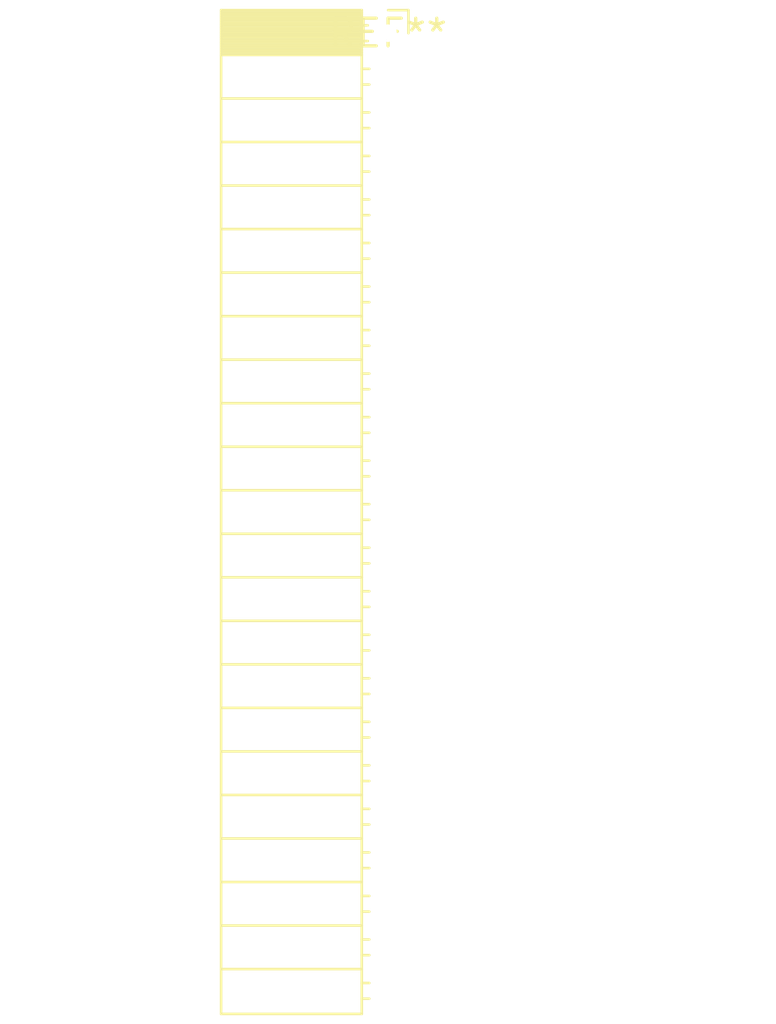
<source format=kicad_pcb>
(kicad_pcb (version 20240108) (generator pcbnew)
  (layers (0 "F.Cu" signal) (31 "B.Cu" signal) (34 "B.Paste" user) (35 "F.Paste" user) (36 "B.SilkS" user "B.Silkscreen") (37 "F.SilkS" user "F.Silkscreen") (38 "B.Mask" user) (39 "F.Mask" user) (44 "Edge.Cuts" user))
  (net 0 "")
  (footprint "PinSocket_1x23_P2.00mm_Horizontal" (layer "F.Cu") (at 0 0)
    (property "Reference" "REF**")
    (property "Value" "PinSocket_1x23_P2.00mm_Horizontal")
    (fp_line (start -7.68 -1.06) (end -7.68 45.06) (layer "F.SilkS") (stroke (width 0.12)))
    (fp_line (start -7.68 -1.06) (end -1.21 -1.06) (layer "F.SilkS") (stroke (width 0.12)))
    (fp_line (start -7.68 -0.94) (end -1.21 -0.94) (layer "F.SilkS") (stroke (width 0.12)))
    (fp_line (start -7.68 -0.825882) (end -1.21 -0.825882) (layer "F.SilkS") (stroke (width 0.12)))
    (fp_line (start -7.68 -0.711764) (end -1.21 -0.711764) (layer "F.SilkS") (stroke (width 0.12)))
    (fp_line (start -7.68 -0.597646) (end -1.21 -0.597646) (layer "F.SilkS") (stroke (width 0.12)))
    (fp_line (start -7.68 -0.483528) (end -1.21 -0.483528) (layer "F.SilkS") (stroke (width 0.12)))
    (fp_line (start -7.68 -0.36941) (end -1.21 -0.36941) (layer "F.SilkS") (stroke (width 0.12)))
    (fp_line (start -7.68 -0.255292) (end -1.21 -0.255292) (layer "F.SilkS") (stroke (width 0.12)))
    (fp_line (start -7.68 -0.141174) (end -1.21 -0.141174) (layer "F.SilkS") (stroke (width 0.12)))
    (fp_line (start -7.68 -0.027056) (end -1.21 -0.027056) (layer "F.SilkS") (stroke (width 0.12)))
    (fp_line (start -7.68 0.087062) (end -1.21 0.087062) (layer "F.SilkS") (stroke (width 0.12)))
    (fp_line (start -7.68 0.20118) (end -1.21 0.20118) (layer "F.SilkS") (stroke (width 0.12)))
    (fp_line (start -7.68 0.315298) (end -1.21 0.315298) (layer "F.SilkS") (stroke (width 0.12)))
    (fp_line (start -7.68 0.429416) (end -1.21 0.429416) (layer "F.SilkS") (stroke (width 0.12)))
    (fp_line (start -7.68 0.543534) (end -1.21 0.543534) (layer "F.SilkS") (stroke (width 0.12)))
    (fp_line (start -7.68 0.657652) (end -1.21 0.657652) (layer "F.SilkS") (stroke (width 0.12)))
    (fp_line (start -7.68 0.77177) (end -1.21 0.77177) (layer "F.SilkS") (stroke (width 0.12)))
    (fp_line (start -7.68 0.885888) (end -1.21 0.885888) (layer "F.SilkS") (stroke (width 0.12)))
    (fp_line (start -7.68 1) (end -1.21 1) (layer "F.SilkS") (stroke (width 0.12)))
    (fp_line (start -7.68 3) (end -1.21 3) (layer "F.SilkS") (stroke (width 0.12)))
    (fp_line (start -7.68 5) (end -1.21 5) (layer "F.SilkS") (stroke (width 0.12)))
    (fp_line (start -7.68 7) (end -1.21 7) (layer "F.SilkS") (stroke (width 0.12)))
    (fp_line (start -7.68 9) (end -1.21 9) (layer "F.SilkS") (stroke (width 0.12)))
    (fp_line (start -7.68 11) (end -1.21 11) (layer "F.SilkS") (stroke (width 0.12)))
    (fp_line (start -7.68 13) (end -1.21 13) (layer "F.SilkS") (stroke (width 0.12)))
    (fp_line (start -7.68 15) (end -1.21 15) (layer "F.SilkS") (stroke (width 0.12)))
    (fp_line (start -7.68 17) (end -1.21 17) (layer "F.SilkS") (stroke (width 0.12)))
    (fp_line (start -7.68 19) (end -1.21 19) (layer "F.SilkS") (stroke (width 0.12)))
    (fp_line (start -7.68 21) (end -1.21 21) (layer "F.SilkS") (stroke (width 0.12)))
    (fp_line (start -7.68 23) (end -1.21 23) (layer "F.SilkS") (stroke (width 0.12)))
    (fp_line (start -7.68 25) (end -1.21 25) (layer "F.SilkS") (stroke (width 0.12)))
    (fp_line (start -7.68 27) (end -1.21 27) (layer "F.SilkS") (stroke (width 0.12)))
    (fp_line (start -7.68 29) (end -1.21 29) (layer "F.SilkS") (stroke (width 0.12)))
    (fp_line (start -7.68 31) (end -1.21 31) (layer "F.SilkS") (stroke (width 0.12)))
    (fp_line (start -7.68 33) (end -1.21 33) (layer "F.SilkS") (stroke (width 0.12)))
    (fp_line (start -7.68 35) (end -1.21 35) (layer "F.SilkS") (stroke (width 0.12)))
    (fp_line (start -7.68 37) (end -1.21 37) (layer "F.SilkS") (stroke (width 0.12)))
    (fp_line (start -7.68 39) (end -1.21 39) (layer "F.SilkS") (stroke (width 0.12)))
    (fp_line (start -7.68 41) (end -1.21 41) (layer "F.SilkS") (stroke (width 0.12)))
    (fp_line (start -7.68 43) (end -1.21 43) (layer "F.SilkS") (stroke (width 0.12)))
    (fp_line (start -7.68 45.06) (end -1.21 45.06) (layer "F.SilkS") (stroke (width 0.12)))
    (fp_line (start -1.21 -1.06) (end -1.21 45.06) (layer "F.SilkS") (stroke (width 0.12)))
    (fp_line (start -1.21 -0.36) (end -0.935 -0.36) (layer "F.SilkS") (stroke (width 0.12)))
    (fp_line (start -1.21 0.36) (end -0.935 0.36) (layer "F.SilkS") (stroke (width 0.12)))
    (fp_line (start -1.21 1.64) (end -0.862917 1.64) (layer "F.SilkS") (stroke (width 0.12)))
    (fp_line (start -1.21 2.36) (end -0.862917 2.36) (layer "F.SilkS") (stroke (width 0.12)))
    (fp_line (start -1.21 3.64) (end -0.862917 3.64) (layer "F.SilkS") (stroke (width 0.12)))
    (fp_line (start -1.21 4.36) (end -0.862917 4.36) (layer "F.SilkS") (stroke (width 0.12)))
    (fp_line (start -1.21 5.64) (end -0.862917 5.64) (layer "F.SilkS") (stroke (width 0.12)))
    (fp_line (start -1.21 6.36) (end -0.862917 6.36) (layer "F.SilkS") (stroke (width 0.12)))
    (fp_line (start -1.21 7.64) (end -0.862917 7.64) (layer "F.SilkS") (stroke (width 0.12)))
    (fp_line (start -1.21 8.36) (end -0.862917 8.36) (layer "F.SilkS") (stroke (width 0.12)))
    (fp_line (start -1.21 9.64) (end -0.862917 9.64) (layer "F.SilkS") (stroke (width 0.12)))
    (fp_line (start -1.21 10.36) (end -0.862917 10.36) (layer "F.SilkS") (stroke (width 0.12)))
    (fp_line (start -1.21 11.64) (end -0.862917 11.64) (layer "F.SilkS") (stroke (width 0.12)))
    (fp_line (start -1.21 12.36) (end -0.862917 12.36) (layer "F.SilkS") (stroke (width 0.12)))
    (fp_line (start -1.21 13.64) (end -0.862917 13.64) (layer "F.SilkS") (stroke (width 0.12)))
    (fp_line (start -1.21 14.36) (end -0.862917 14.36) (layer "F.SilkS") (stroke (width 0.12)))
    (fp_line (start -1.21 15.64) (end -0.862917 15.64) (layer "F.SilkS") (stroke (width 0.12)))
    (fp_line (start -1.21 16.36) (end -0.862917 16.36) (layer "F.SilkS") (stroke (width 0.12)))
    (fp_line (start -1.21 17.64) (end -0.862917 17.64) (layer "F.SilkS") (stroke (width 0.12)))
    (fp_line (start -1.21 18.36) (end -0.862917 18.36) (layer "F.SilkS") (stroke (width 0.12)))
    (fp_line (start -1.21 19.64) (end -0.862917 19.64) (layer "F.SilkS") (stroke (width 0.12)))
    (fp_line (start -1.21 20.36) (end -0.862917 20.36) (layer "F.SilkS") (stroke (width 0.12)))
    (fp_line (start -1.21 21.64) (end -0.862917 21.64) (layer "F.SilkS") (stroke (width 0.12)))
    (fp_line (start -1.21 22.36) (end -0.862917 22.36) (layer "F.SilkS") (stroke (width 0.12)))
    (fp_line (start -1.21 23.64) (end -0.862917 23.64) (layer "F.SilkS") (stroke (width 0.12)))
    (fp_line (start -1.21 24.36) (end -0.862917 24.36) (layer "F.SilkS") (stroke (width 0.12)))
    (fp_line (start -1.21 25.64) (end -0.862917 25.64) (layer "F.SilkS") (stroke (width 0.12)))
    (fp_line (start -1.21 26.36) (end -0.862917 26.36) (layer "F.SilkS") (stroke (width 0.12)))
    (fp_line (start -1.21 27.64) (end -0.862917 27.64) (layer "F.SilkS") (stroke (width 0.12)))
    (fp_line (start -1.21 28.36) (end -0.862917 28.36) (layer "F.SilkS") (stroke (width 0.12)))
    (fp_line (start -1.21 29.64) (end -0.862917 29.64) (layer "F.SilkS") (stroke (width 0.12)))
    (fp_line (start -1.21 30.36) (end -0.862917 30.36) (layer "F.SilkS") (stroke (width 0.12)))
    (fp_line (start -1.21 31.64) (end -0.862917 31.64) (layer "F.SilkS") (stroke (width 0.12)))
    (fp_line (start -1.21 32.36) (end -0.862917 32.36) (layer "F.SilkS") (stroke (width 0.12)))
    (fp_line (start -1.21 33.64) (end -0.862917 33.64) (layer "F.SilkS") (stroke (width 0.12)))
    (fp_line (start -1.21 34.36) (end -0.862917 34.36) (layer "F.SilkS") (stroke (width 0.12)))
    (fp_line (start -1.21 35.64) (end -0.862917 35.64) (layer "F.SilkS") (stroke (width 0.12)))
    (fp_line (start -1.21 36.36) (end -0.862917 36.36) (layer "F.SilkS") (stroke (width 0.12)))
    (fp_line (start -1.21 37.64) (end -0.862917 37.64) (layer "F.SilkS") (stroke (width 0.12)))
    (fp_line (start -1.21 38.36) (end -0.862917 38.36) (layer "F.SilkS") (stroke (width 0.12)))
    (fp_line (start -1.21 39.64) (end -0.862917 39.64) (layer "F.SilkS") (stroke (width 0.12)))
    (fp_line (start -1.21 40.36) (end -0.862917 40.36) (layer "F.SilkS") (stroke (width 0.12)))
    (fp_line (start -1.21 41.64) (end -0.862917 41.64) (layer "F.SilkS") (stroke (width 0.12)))
    (fp_line (start -1.21 42.36) (end -0.862917 42.36) (layer "F.SilkS") (stroke (width 0.12)))
    (fp_line (start -1.21 43.64) (end -0.862917 43.64) (layer "F.SilkS") (stroke (width 0.12)))
    (fp_line (start -1.21 44.36) (end -0.862917 44.36) (layer "F.SilkS") (stroke (width 0.12)))
    (fp_line (start 0 -1.06) (end 0.935 -1.06) (layer "F.SilkS") (stroke (width 0.12)))
    (fp_line (start 0.935 -1.06) (end 0.935 0) (layer "F.SilkS") (stroke (width 0.12)))
    (pad "1" thru_hole rect (at 0 0) (size 1.35 1.35) (drill 0.8) (layers *.Cu *.Mask) (remove_unused_layers))
    (pad "2" thru_hole oval (at 0 2) (size 1.35 1.35) (drill 0.8) (layers *.Cu *.Mask) (remove_unused_layers))
    (pad "3" thru_hole oval (at 0 4) (size 1.35 1.35) (drill 0.8) (layers *.Cu *.Mask) (remove_unused_layers))
    (pad "4" thru_hole oval (at 0 6) (size 1.35 1.35) (drill 0.8) (layers *.Cu *.Mask) (remove_unused_layers))
    (pad "5" thru_hole oval (at 0 8) (size 1.35 1.35) (drill 0.8) (layers *.Cu *.Mask) (remove_unused_layers))
    (pad "6" thru_hole oval (at 0 10) (size 1.35 1.35) (drill 0.8) (layers *.Cu *.Mask) (remove_unused_layers))
    (pad "7" thru_hole oval (at 0 12) (size 1.35 1.35) (drill 0.8) (layers *.Cu *.Mask) (remove_unused_layers))
    (pad "8" thru_hole oval (at 0 14) (size 1.35 1.35) (drill 0.8) (layers *.Cu *.Mask) (remove_unused_layers))
    (pad "9" thru_hole oval (at 0 16) (size 1.35 1.35) (drill 0.8) (layers *.Cu *.Mask) (remove_unused_layers))
    (pad "10" thru_hole oval (at 0 18) (size 1.35 1.35) (drill 0.8) (layers *.Cu *.Mask) (remove_unused_layers))
    (pad "11" thru_hole oval (at 0 20) (size 1.35 1.35) (drill 0.8) (layers *.Cu *.Mask) (remove_unused_layers))
    (pad "12" thru_hole oval (at 0 22) (size 1.35 1.35) (drill 0.8) (layers *.Cu *.Mask) (remove_unused_layers))
    (pad "13" thru_hole oval (at 0 24) (size 1.35 1.35) (drill 0.8) (layers *.Cu *.Mask) (remove_unused_layers))
    (pad "14" thru_hole oval (at 0 26) (size 1.35 1.35) (drill 0.8) (layers *.Cu *.Mask) (remove_unused_layers))
    (pad "15" thru_hole oval (at 0 28) (size 1.35 1.35) (drill 0.8) (layers *.Cu *.Mask) (remove_unused_layers))
    (pad "16" thru_hole oval (at 0 30) (size 1.35 1.35) (drill 0.8) (layers *.Cu *.Mask) (remove_unused_layers))
    (pad "17" thru_hole oval (at 0 32) (size 1.35 1.35) (drill 0.8) (layers *.Cu *.Mask) (remove_unused_layers))
    (pad "18" thru_hole oval (at 0 34) (size 1.35 1.35) (drill 0.8) (layers *.Cu *.Mask) (remove_unused_layers))
    (pad "19" thru_hole oval (at 0 36) (size 1.35 1.35) (drill 0.8) (layers *.Cu *.Mask) (remove_unused_layers))
    (pad "20" thru_hole oval (at 0 38) (size 1.35 1.35) (drill 0.8) (layers *.Cu *.Mask) (remove_unused_layers))
    (pad "21" thru_hole oval (at 0 40) (size 1.35 1.35) (drill 0.8) (layers *.Cu *.Mask) (remove_unused_layers))
    (pad "22" thru_hole oval (at 0 42) (size 1.35 1.35) (drill 0.8) (layers *.Cu *.Mask) (remove_unused_layers))
    (pad "23" thru_hole oval (at 0 44) (size 1.35 1.35) (drill 0.8) (layers *.Cu *.Mask) (remove_unused_layers))
  )
)
</source>
